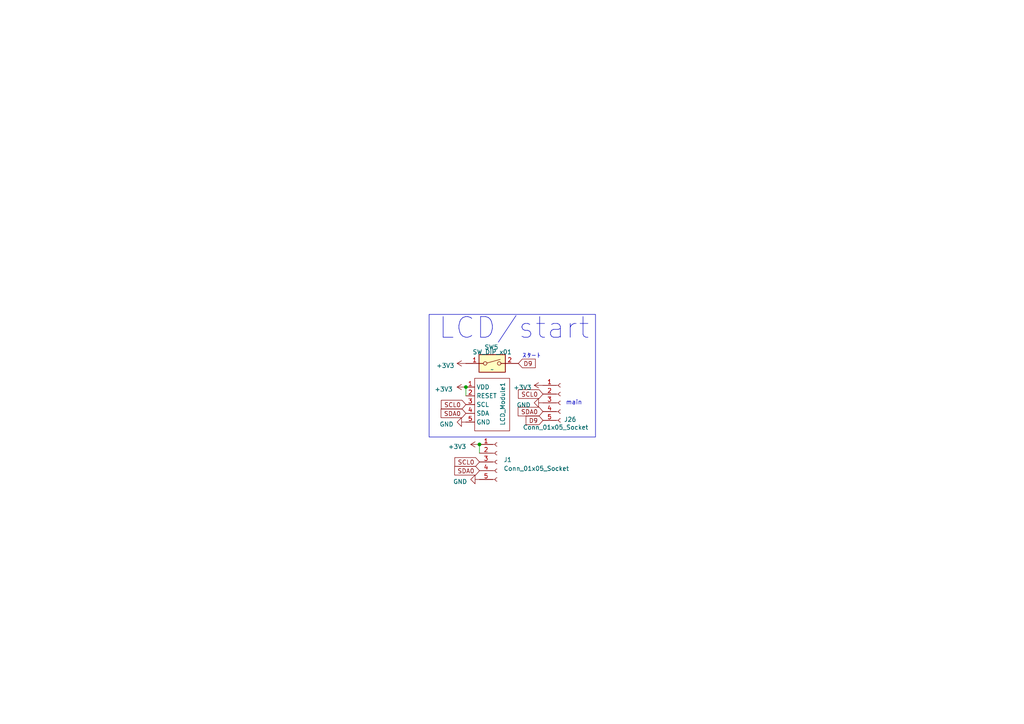
<source format=kicad_sch>
(kicad_sch (version 20230121) (generator eeschema)
  (paper "A4")
  (lib_symbols
    (symbol "Connector:Conn_01x05_Socket" (pin_names (offset 1.016) hide)
      (property "Reference" "J" (at 0 7.62 0))
      (property "Value" "Conn_01x05_Socket" (at 0 -7.62 0))
      (symbol "Conn_01x05_Socket_1_1"
        (arc (start 0 -4.572) (mid -0.5058 -5.08) (end 0 -5.588) (stroke (width 0.1524)))
        (arc (start 0 -2.032) (mid -0.5058 -2.54) (end 0 -3.048) (stroke (width 0.1524)))
        (polyline (pts (xy -1.27 -5.08) (xy -0.508 -5.08)) (stroke (width 0.1524)))
        (polyline (pts (xy -1.27 -2.54) (xy -0.508 -2.54)) (stroke (width 0.1524)))
        (polyline (pts (xy -1.27 0) (xy -0.508 0)) (stroke (width 0.1524)))
        (polyline (pts (xy -1.27 2.54) (xy -0.508 2.54)) (stroke (width 0.1524)))
        (polyline (pts (xy -1.27 5.08) (xy -0.508 5.08)) (stroke (width 0.1524)))
        (arc (start 0 0.508) (mid -0.5058 0) (end 0 -0.508) (stroke (width 0.1524)))
        (arc (start 0 3.048) (mid -0.5058 2.54) (end 0 2.032) (stroke (width 0.1524)))
        (arc (start 0 5.588) (mid -0.5058 5.08) (end 0 4.572) (stroke (width 0.1524)))
        (pin passive line (at -5.08 5.08 0) (length 3.81) (name "Pin_1") (number "1"))
        (pin passive line (at -5.08 2.54 0) (length 3.81) (name "Pin_2") (number "2"))
        (pin passive line (at -5.08 0 0) (length 3.81) (name "Pin_3") (number "3"))
        (pin passive line (at -5.08 -2.54 0) (length 3.81) (name "Pin_4") (number "4"))
        (pin passive line (at -5.08 -5.08 0) (length 3.81) (name "Pin_5") (number "5"))
      )
    )
    (symbol "I2C LCD_Module:LCD_Module"
      (property "Reference" "LCD_Module" (at 0 10.16 0))
      (symbol "LCD_Module_0_1"
        (rectangle (start -5.08 7.62) (end 5.08 -7.62))
      )
      (symbol "LCD_Module_1_1"
        (pin input line (at -7.62 5.08 0) (length 2.54) (name "VDD") (number "1"))
        (pin input line (at -7.62 2.54 0) (length 2.54) (name "RESET") (number "2"))
        (pin input line (at -7.62 0 0) (length 2.54) (name "SCL") (number "3"))
        (pin input line (at -7.62 -2.54 0) (length 2.54) (name "SDA") (number "4"))
        (pin input line (at -7.62 -5.08 0) (length 2.54) (name "GND") (number "5"))
      )
    )
    (symbol "Switch:SW_DIP_x01" (pin_names (offset 0) hide)
      (property "Reference" "SW" (at 0 3.81 0))
      (property "Value" "SW_DIP_x01" (at 0 -3.81 0))
      (symbol "SW_DIP_x01_0_0"
        (circle (center -2.032 0) (radius 0.508))
        (polyline (pts (xy -1.524 0.127) (xy 2.3622 1.1684)))
        (circle (center 2.032 0) (radius 0.508))
      )
      (symbol "SW_DIP_x01_0_1"
        (rectangle (start -3.81 2.54) (end 3.81 -2.54) (stroke (width 0.254)) (fill (type background)))
      )
      (symbol "SW_DIP_x01_1_1"
        (pin passive line (at -7.62 0 0) (length 5.08) (name "~") (number "1"))
        (pin passive line (at 7.62 0 180) (length 5.08) (name "~") (number "2"))
      )
    )
    (symbol "power:+3V3" (power) (pin_names (offset 0))
      (property "Value" "+3V3" (at 0 3.556 0))
      (symbol "+3V3_0_1"
        (polyline (pts (xy -0.762 1.27) (xy 0 2.54)))
        (polyline (pts (xy 0 0) (xy 0 2.54)))
        (polyline (pts (xy 0 2.54) (xy 0.762 1.27)))
      )
      (symbol "+3V3_1_1"
        (pin power_in line (at 0 0 90) (length 0) hide (name "+3V3") (number "1"))
      )
    )
    (symbol "power:GND" (power) (pin_names (offset 0))
      (property "Value" "GND" (at 0 -3.81 0))
      (symbol "GND_0_1"
        (polyline (pts (xy 0 0) (xy 0 -1.27) (xy 1.27 -1.27) (xy 0 -2.54) (xy -1.27 -1.27) (xy 0 -1.27)))
      )
      (symbol "GND_1_1"
        (pin power_in line (at 0 0 270) (length 0) hide (name "GND") (number "1"))
      )
    )
  )
  (junction (at 139.065 128.905))
  (junction (at 135.128 112.268))
  (wire (pts (xy 139.065 128.905) (xy 139.065 131.445)))
  (wire (pts (xy 135.128 112.268) (xy 135.128 114.808)))
  (rectangle (start 124.46 91.186) (end 172.72 126.746))
  (text "LCD/start" (at 127 98.806 0) (effects (font (size 6 6)) (justify left bottom)))
  (text "スタート" (at 151.384 104.14 0) (effects (font (size 1.27 1.27)) (justify left bottom)))
  (text "main" (at 164.084 117.602 0) (effects (font (size 1.27 1.27)) (justify left bottom)))
  (global_label "SDA0" (shape input) (at 157.48 119.38 180) (property "Intersheetrefs" "${INTERSHEET_REFS}" (effects hide)))
  (global_label "D9" (shape input) (at 157.48 121.92 180) (property "Intersheetrefs" "${INTERSHEET_REFS}" (effects hide)))
  (global_label "SCL0" (shape input) (at 157.48 114.3 180) (property "Intersheetrefs" "${INTERSHEET_REFS}" (effects hide)))
  (global_label "SCL0" (shape input) (at 135.128 117.348 180) (property "Intersheetrefs" "${INTERSHEET_REFS}" (effects hide)))
  (global_label "SDA0" (shape input) (at 139.065 136.525 180) (property "Intersheetrefs" "${INTERSHEET_REFS}" (effects hide)))
  (global_label "SDA0" (shape input) (at 135.128 119.888 180) (property "Intersheetrefs" "${INTERSHEET_REFS}" (effects hide)))
  (global_label "D9" (shape input) (at 150.368 105.41 0) (property "Intersheetrefs" "${INTERSHEET_REFS}" (effects hide)))
  (global_label "SCL0" (shape input) (at 139.065 133.985 180) (property "Intersheetrefs" "${INTERSHEET_REFS}" (effects hide)))
  (symbol (lib_id "power:+3V3") (at 139.065 128.905 90) (unit 1)
    (property "Reference" "#PWR01" (effects hide))
    (property "Value" "+3V3" (at 135.255 129.54 90) (effects (justify left)))
  )
  (symbol (lib_id "power:+3V3") (at 135.128 105.41 90) (unit 1)
    (property "Reference" "#PWR056" (effects hide))
    (property "Value" "+3V3" (at 131.826 106.045 90) (effects (justify left)))
  )
  (symbol (lib_id "power:+3V3") (at 157.48 111.76 90) (unit 1)
    (property "Reference" "#PWR096" (effects hide))
    (property "Value" "+3V3" (at 154.178 112.395 90) (effects (justify left)))
  )
  (symbol (lib_id "Connector:Conn_01x05_Socket") (at 144.145 133.985 0) (unit 1)
    (property "Reference" "J1" (at 146.05 133.35 0) (effects (justify left)))
    (property "Value" "Conn_01x05_Socket" (at 146.05 135.89 0) (effects (justify left)))
    (property "Footprint" "Connector_PinHeader_2.54mm:PinHeader_1x05_P2.54mm_Vertical" (effects hide))
  )
  (symbol (lib_id "Switch:SW_DIP_x01") (at 142.748 105.41 0) (unit 1)
    (property "Reference" "SW5" (at 142.5374 100.6905 0))
    (property "Value" "SW_DIP_x01" (at 142.748 102.108 0))
    (property "Footprint" "_Others:DS-850k" (effects hide))
  )
  (symbol (lib_id "power:GND") (at 157.48 116.84 270) (unit 1)
    (property "Reference" "#PWR095" (effects hide))
    (property "Value" "GND" (at 153.9177 117.475 90) (effects (justify right)))
  )
  (symbol (lib_id "I2C LCD_Module:LCD_Module") (at 142.748 117.348 0) (unit 1)
    (property "Reference" "LCD_Module1" (at 145.796 123.444 90) (effects (justify left)))
    (property "Value" "~" (at 142.748 107.188 0))
  )
  (symbol (lib_id "Connector:Conn_01x05_Socket") (at 162.56 116.84 0) (unit 1)
    (property "Reference" "J26" (at 163.576 121.666 0) (effects (justify left)))
    (property "Value" "Conn_01x05_Socket" (at 151.638 123.952 0) (effects (justify left)))
    (property "Footprint" "Connector_PinHeader_2.54mm:PinHeader_1x05_P2.54mm_Vertical" (effects hide))
  )
  (symbol (lib_id "power:GND") (at 139.065 139.065 270) (unit 1)
    (property "Reference" "#PWR02" (effects hide))
    (property "Value" "GND" (at 135.5027 139.7 90) (effects (justify right)))
  )
  (symbol (lib_id "power:+3V3") (at 135.128 112.268 90) (unit 1)
    (property "Reference" "#PWR023" (effects hide))
    (property "Value" "+3V3" (at 131.318 112.903 90) (effects (justify left)))
  )
  (symbol (lib_id "power:GND") (at 135.128 122.428 270) (unit 1)
    (property "Reference" "#PWR024" (effects hide))
    (property "Value" "GND" (at 131.5657 123.063 90) (effects (justify right)))
  )
)
</source>
